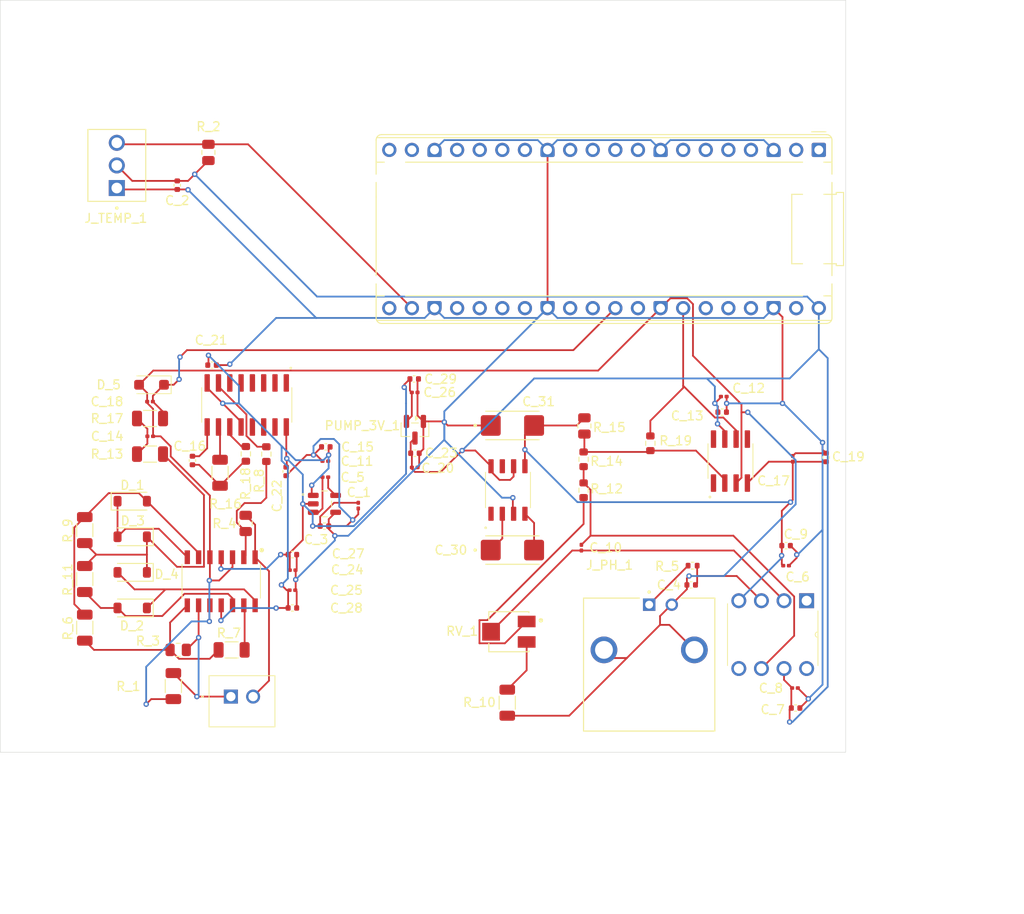
<source format=kicad_pcb>
(kicad_pcb (version 20241229) (generator "pcbnew") (generator_version "9.0")
  (layers (0 "F.Cu" signal) (2 "B.Cu" signal) (13 "F.Paste" user) (15 "B.Paste" user) (5 "F.SilkS" user "F.Silkscreen") (7 "B.SilkS" user "B.Silkscreen") (1 "F.Mask" user) (3 "B.Mask" user) (25 "Edge.Cuts" user))
  (net 0 "")
  (net 10 "/Temp_Data")
  (net 18 "+5V0")
  (net 20 "/EC_Data")
  (net 27 "/PH_Data")
  (net 35 "Net-(CLK_1-EN3)")
  (net 38 "+3V0")
  (net 39 "-3V0")
  (net 40 "Net-(CLK_1-EN1)")
  (net 43 "Net-(CLK_1-Q4)")
  (net 47 "Net-(CLK_1-EN2)")
  (net 48 "Net-(OP_2-+)")
  (net 49 "Net-(C_10-Pad2)")
  (net 50 "Net-(OP_2--)")
  (net 51 "Net-(C_14-Pad1)")
  (net 52 "Net-(C_16-Pad1)")
  (net 53 "Net-(D_1-A)")
  (net 54 "Net-(D_1-K)")
  (net 55 "Net-(D_2-A)")
  (net 56 "Net-(D_2-K)")
  (net 57 "Net-(D_3-K)")
  (net 58 "Net-(J_EC_1-Pin_2)")
  (net 59 "Net-(J_EC_1-Pin_1)")
  (net 60 "Net-(OP_1A--)")
  (net 61 "Net-(OP_1-Pad8)")
  (net 62 "Net-(OP_1D--)")
  (net 66 "Net-(RV_1-Pad1)")
  (net 67 "Net-(RV_1-Pad3)")
  (net 68 "Net-(INV_3V_1-CFLY+)")
  (net 69 "Net-(INV_3V_1-CFLY-)")
  (net 70 "Net-(INV_5V_1-CAP?)")
  (net 71 "Net-(INV_5V_1-CAP+)")
  (net 72 "GND")
  (net 73 "AGND")
  (net 74 "-5V0")
  (net 79 "Net-(OP_3--)")
  (net 81 "Net-(J_PH_1-Pad1)")
  (footprint "Capacitor_SMD:C_0201_0603Metric" (layer "F.Cu") (at 162.802486 121.5341)
    (property "Reference" "C_6")
    (property "Value" "10µF" (hide yes))
  )
  (footprint "Capacitor_SMD:C_0402_1005Metric" (layer "F.Cu") (at 121.016314 100.5556)
    (property "Reference" "C_29")
    (property "Value" "100nF" (hide yes))
  )
  (footprint "Capacitor_SMD:C_0402_1005Metric" (layer "F.Cu") (at 96.1 109.72 90)
    (property "Reference" "C_16")
    (property "Value" "100nF" (hide yes))
  )
  (footprint "Capacitor_SMD:C_0402_1005Metric" (layer "F.Cu") (at 163.872486 137.5341 180)
    (property "Reference" "C_7")
    (property "Value" "100nF" (hide yes))
  )
  (footprint "Resistor_SMD:R_1206_3216Metric" (layer "F.Cu") (at 84 128.5 90)
    (property "Reference" "R_6")
    (property "Value" "10K" (hide yes))
  )
  (footprint "Capacitor_SMD:C_0201_0603Metric" (layer "F.Cu") (at 107.356486 122.0401 180)
    (property "Reference" "C_24")
    (property "Value" "4,7µF" (hide yes))
  )
  (footprint "Resistor_SMD:R_1206_3216Metric" (layer "F.Cu") (at 91.331486 105)
    (property "Reference" "R_17")
    (property "Value" "10K" (hide yes))
  )
  (footprint "Capacitor_SMD:C_0402_1005Metric" (layer "F.Cu") (at 107.331486 126.2901 180)
    (property "Reference" "C_28")
    (property "Value" "100nF" (hide yes))
  )
  (footprint "TAJC106K010RNJ:CAPPM6032X280N" (layer "F.Cu") (at 132.052486 119.7841)
    (property "Reference" "C_30")
    (property "Value" "100µF" (hide yes))
  )
  (footprint "TC1121COA:SOIC127P599X175-8N" (layer "F.Cu") (at 131.552486 113.0341 90)
    (property "Reference" "INV_5V_1" (hide yes))
    (property "Value" "TC1121COA" (hide yes))
  )
  (footprint "LMV324IDR:SOIC127P600X175-14N" (layer "F.Cu") (at 99.331486 123.2901 -90)
    (property "Reference" "OP_1" (hide yes))
    (property "Value" "LMV324" (hide yes))
  )
  (footprint "CA3140EZ:DIP254P762X533-8" (layer "F.Cu") (at 157.492486 133.0941 -90)
    (property "Reference" "OP_2" (hide yes))
    (property "Value" "CA3140" (hide yes))
  )
  (footprint "Resistor_SMD:R_0603_1608Metric" (layer "F.Cu") (at 140.052486 113.0591 90)
    (property "Reference" "R_12")
    (property "Value" "2,2K" (hide yes))
  )
  (footprint "Capacitor_SMD:C_0402_1005Metric" (layer "F.Cu") (at 167.302486 109.3791 90)
    (property "Reference" "C_19")
    (property "Value" "100nF" (hide yes))
  )
  (footprint "Diode_SMD:D_SOD-123" (layer "F.Cu") (at 89.331486 118.2901 180)
    (property "Reference" "D_3")
    (property "Value" "1N4148" (hide yes))
  )
  (footprint "Capacitor_SMD:C_0201_0603Metric" (layer "F.Cu") (at 155.802486 102.5341)
    (property "Reference" "C_12")
    (property "Value" "10µF" (hide yes))
  )
  (footprint "Capacitor_SMD:C_0402_1005Metric" (layer "F.Cu") (at 98.3 99)
    (property "Reference" "C_21")
    (property "Value" "100nF" (hide yes))
  )
  (footprint "Capacitor_SMD:C_0402_1005Metric" (layer "F.Cu") (at 162.802486 119.2841)
    (property "Reference" "C_9")
    (property "Value" "100nF" (hide yes))
  )
  (footprint "Resistor_SMD:R_1206_3216Metric" (layer "F.Cu") (at 91.331486 109 180)
    (property "Reference" "R_13")
    (property "Value" "10K" (hide yes))
  )
  (footprint "Package_TO_SOT_SMD:SOT-23" (layer "F.Cu") (at 121.1 106.2625 -90)
    (property "Reference" "PUMP_3V_1" (hide yes))
    (property "Value" "ME6206A30M3G" (hide yes))
    (property "VALUE" "XC6206P332MR-G-SOT23" (hide yes))
  )
  (footprint "Capacitor_SMD:C_0402_1005Metric" (layer "F.Cu") (at 152.14 123.7 180)
    (property "Reference" "C_4")
    (property "Value" "2,2nF" (hide yes))
  )
  (footprint "TAJC106K010RNJ:CAPPM6032X280N" (layer "F.Cu") (at 132.052486 105.7841)
    (property "Reference" "C_31")
    (property "Value" "100µF" (hide yes))
  )
  (footprint "B2B-XH-A:JST_B2B-XH-A" (layer "F.Cu") (at 101.666486 136.7726 180)
    (property "Reference" "J_EC_1" (hide yes))
    (property "Value" "Conn_01x02" (hide yes))
  )
  (footprint "Capacitor_SMD:C_0201_0603Metric" (layer "F.Cu") (at 111.031486 109.7901 180)
    (property "Reference" "C_11")
    (property "Value" "10µF" (hide yes))
  )
  (footprint "Diode_SMD:D_SOD-123" (layer "F.Cu") (at 89.331486 122.2901 180)
    (property "Reference" "D_4")
    (property "Value" "1N4148" (hide yes))
  )
  (footprint "Resistor_SMD:R_0805_2012Metric" (layer "F.Cu") (at 102.081486 116.7901 -90)
    (property "Reference" "R_4")
    (property "Value" "6,8K" (hide yes))
  )
  (footprint "Capacitor_SMD:C_0402_1005Metric" (layer "F.Cu") (at 121.1 108.9)
    (property "Reference" "C_23")
    (property "Value" "100nF" (hide yes))
  )
  (footprint "Resistor_SMD:R_0805_2012Metric" (layer "F.Cu") (at 94.5 131 180)
    (property "Reference" "R_3")
    (property "Value" "5,6K" (hide yes))
  )
  (footprint "282834-3:TE_282834-3" (layer "F.Cu") (at 87.6 76.5625 90)
    (property "Reference" "J_TEMP_1")
    (property "Value" "Screw_Terminal_01x03" (hide yes))
  )
  (footprint "Capacitor_SMD:C_0201_0603Metric" (layer "F.Cu") (at 91.355 107)
    (property "Reference" "C_14")
    (property "Value" "1µF" (hide yes))
  )
  (footprint "Capacitor_SMD:C_0402_1005Metric" (layer "F.Cu") (at 94.392486 78.7825 -90)
    (property "Reference" "C_2")
    (property "Value" "100nF" (hide yes))
  )
  (footprint "Capacitor_SMD:C_0201_0603Metric" (layer "F.Cu") (at 107.331486 124.2901 180)
    (property "Reference" "C_25")
    (property "Value" "4,7µF" (hide yes))
  )
  (footprint "CONBNC002:LINX_CONBNC002" (layer "F.Cu") (at 147.42 131)
    (property "Reference" "J_PH_1")
    (property "Value" "CONBNC002")
  )
  (footprint "Capacitor_SMD:C_0402_1005Metric" (layer "F.Cu") (at 111.086486 108.1901 180)
    (property "Reference" "C_15")
    (property "Value" "100nF" (hide yes))
  )
  (footprint "TL081CDR:SOIC127P599X175-8N" (layer "F.Cu") (at 156.552486 109.7841 90)
    (property "Reference" "OP_3" (hide yes))
    (property "Value" "TL081" (hide yes))
  )
  (footprint "Resistor_SMD:R_0402_1005Metric" (layer "F.Cu") (at 152.302486 121.5341)
    (property "Reference" "R_5")
    (property "Value" "4,7M" (hide yes))
  )
  (footprint "Module:RaspberryPi_Pico_Common_THT" (layer "F.Cu") (at 166.48 74.82 -90)
    (property "Reference" "A1" (hide yes))
    (property "Value" "RaspberryPi_Pico_W" (hide yes))
  )
  (footprint "Capacitor_SMD:C_0201_0603Metric" (layer "F.Cu") (at 121.075 110.5)
    (property "Reference" "C_20")
    (property "Value" "10µF" (hide yes))
  )
  (footprint "Capacitor_SMD:C_0201_0603Metric" (layer "F.Cu") (at 121.068514 102.0724)
    (property "Reference" "C_26")
    (property "Value" "10µF" (hide yes))
  )
  (footprint "3314J-1-502E:TRIM_3314J-1-502E" (layer "F.Cu") (at 131.652486 128.9591 90)
    (property "Reference" "RV_1")
    (property "Value" "5k" (hide yes))
  )
  (footprint "Capacitor_SMD:C_0201_0603Metric" (layer "F.Cu") (at 163.802486 135.2841 180)
    (property "Reference" "C_8")
    (property "Value" "10µF" (hide yes))
  )
  (footprint "Resistor_SMD:R_0603_1608Metric" (layer "F.Cu") (at 147.552486 107.7841 90)
    (property "Reference" "R_19")
    (property "Value" "30k" (hide yes))
  )
  (footprint "Capacitor_SMD:C_0402_1005Metric" (layer "F.Cu") (at 155.622486 104.2841)
    (property "Reference" "C_13")
    (property "Value" "100nF" (hide yes))
  )
  (footprint "Diode_SMD:D_SOD-123F" (layer "F.Cu") (at 91.5 101.2099 180)
    (property "Reference" "D_5")
    (property "Value" "1N5819W" (hide yes))
  )
  (footprint "Resistor_SMD:R_0603_1608Metric" (layer "F.Cu") (at 140.052486 109.5841 90)
    (property "Reference" "R_14")
    (property "Value" "30k" (hide yes))
  )
  (footprint "Capacitor_SMD:C_0201_0603Metric" (layer "F.Cu") (at 163.552486 109.5341 90)
    (property "Reference" "C_17")
    (property "Value" "10µF" (hide yes))
  )
  (footprint "Resistor_SMD:R_1206_3216Metric" (layer "F.Cu") (at 100.5 131)
    (property "Reference" "R_7")
    (property "Value" "10K" (hide yes))
  )
  (footprint "Resistor_SMD:R_1206_3216Metric" (layer "F.Cu") (at 131.472486 136.9341 90)
    (property "Reference" "R_10")
    (property "Value" "1K" (hide yes))
  )
  (footprint "Resistor_SMD:R_0603_1608Metric" (layer "F.Cu") (at 102.1 108.975 90)
    (property "Reference" "R_18")
    (property "Value" "100K" (hide yes))
  )
  (footprint "Resistor_SMD:R_1206_3216Metric" (layer "F.Cu") (at 99.2 111.1 90)
    (property "Reference" "R_16")
    (property "Value" "10K" (hide yes))
  )
  (footprint "Capacitor_SMD:C_0402_1005Metric" (layer "F.Cu") (at 106.631486 110.9451 -90)
    (property "Reference" "C_22")
    (property "Value" "100nF" (hide yes))
  )
  (footprint "Resistor_SMD:R_1206_3216Metric" (layer "F.Cu") (at 93.956486 135.0676 90)
    (property "Reference" "R_1")
    (property "Value" "1M" (hide yes))
  )
  (footprint "Resistor_SMD:R_1206_3216Metric" (layer "F.Cu") (at 84 123.0375 90)
    (property "Reference" "R_11")
    (property "Value" "10K" (hide yes))
  )
  (footprint "Capacitor_SMD:C_0201_0603Metric" (layer "F.Cu") (at 111.031486 111.5901 180)
    (property "Reference" "C_5")
    (property "Value" "10µF" (hide yes))
  )
  (footprint "Capacitor_SMD:C_0402_1005Metric" (layer "F.Cu") (at 107.331486 120.2901 180)
    (property "Reference" "C_27")
    (property "Value" "100nF" (hide yes))
  )
  (footprint "Resistor_SMD:R_0603_1608Metric" (layer "F.Cu") (at 104.4 109 90)
    (property "Reference" "R_8")
    (property "Value" "100K" (hide yes))
  )
  (footprint "Resistor_SMD:R_1206_3216Metric" (layer "F.Cu") (at 84 117.5375 -90)
    (property "Reference" "R_9")
    (property "Value" "10K" (hide yes))
  )
  (footprint "Diode_SMD:D_SOD-123" (layer "F.Cu") (at 89.331486 126.2901 180)
    (property "Reference" "D_2")
    (property "Value" "1N4148" (hide yes))
  )
  (footprint "Capacitor_SMD:C_0402_1005Metric" (layer "F.Cu") (at 110.931486 117.0901)
    (property "Reference" "C_3")
    (property "Value" "100nF" (hide yes))
  )
  (footprint "Resistor_SMD:R_0805_2012Metric" (layer "F.Cu") (at 140.14 105.8341 -90)
    (property "Reference" "R_15")
    (property "Value" "75k" (hide yes))
  )
  (footprint "Capacitor_SMD:C_0201_0603Metric" (layer "F.Cu") (at 139.802486 119.5141 90)
    (property "Reference" "C_10")
    (property "Value" "1µF" (hide yes))
  )
  (footprint "CD4060BM:SOIC127P600X175-16N" (layer "F.Cu") (at 102.2 103.48 -90)
    (property "Reference" "CLK_1" (hide yes))
    (property "Value" "CD4060BM" (hide yes))
  )
  (footprint "Capacitor_SMD:C_0201_0603Metric" (layer "F.Cu") (at 91.331486 103.1 180)
    (property "Reference" "C_18")
    (property "Value" "1µF" (hide yes))
  )
  (footprint "Diode_SMD:D_SOD-123" (layer "F.Cu") (at 89.331486 114.2901)
    (property "Reference" "D_1")
    (property "Value" "1N4148" (hide yes))
  )
  (footprint "TPS60400DBVR:SOT95P280X145-5N" (layer "F.Cu") (at 110.931486 114.5901)
    (property "Reference" "INV_3V_1" (hide yes))
    (property "Value" "TPS60400DBVR" (hide yes))
  )
  (footprint "Resistor_SMD:R_0805_2012Metric" (layer "F.Cu") (at 97.892486 75.1025 90)
    (property "Reference" "R_2")
    (property "Value" "4,7k" (hide yes))
  )
  (footprint "Capacitor_SMD:C_0201_0603Metric" (layer "F.Cu") (at 114.731486 114.7901 -90)
    (property "Reference" "C_1")
    (property "Value" "10µF" (hide yes))
  )
  (gr_rect (start 74.5 58) (end 169.5 142.5) (stroke (width 0.05)) (fill no) (layer "Edge.Cuts"))
  (segment (start 97.892486 74.19) (end 87.7675 74.19) (width 0.2) (layer "F.Cu") (net 10))
  (segment (start 102.35 74.19) (end 120.76 92.6) (width 0.2) (layer "F.Cu") (net 10))
  (segment (start 97.892486 74.19) (end 102.35 74.19) (width 0.2) (layer "F.Cu") (net 10))
  (segment (start 87.7675 74.19) (end 87.6 74.0225) (width 0.2) (layer "F.Cu") (net 10))
  (segment (start 94.392486 78.3025) (end 95.604986 78.3025) (width 0.2) (layer "F.Cu") (net 18))
  (segment (start 163.482486 135.282486) (end 162.572486 134.372486) (width 0.2) (layer "F.Cu") (net 18))
  (segment (start 120.755 110.65987) (end 121.09613 111.001) (width 0.2) (layer "F.Cu") (net 18))
  (segment (start 127.883386 108.6) (end 129.647486 110.3641) (width 0.2) (layer "F.Cu") (net 18))
  (segment (start 155.482486 102.617514) (end 154.8 103.3) (width 0.2) (layer "F.Cu") (net 18))
  (segment (start 163.482486 135.2841) (end 163.482486 135.282486) (width 0.2) (layer "F.Cu") (net 18))
  (segment (start 163.392486 135.3741) (end 163.482486 135.2841) (width 0.2) (layer "F.Cu") (net 18))
  (segment (start 163.2 137.726586) (end 163.392486 137.5341) (width 0.2) (layer "F.Cu") (net 18))
  (segment (start 89.34 78.3025) (end 87.6 76.5625) (width 0.2) (layer "F.Cu") (net 18))
  (segment (start 95.604986 78.3025) (end 96.353743 77.553743) (width 0.2) (layer "F.Cu") (net 18))
  (segment (start 94.392486 78.3025) (end 89.34 78.3025) (width 0.2) (layer "F.Cu") (net 18))
  (segment (start 120.755 109.035) (end 120.62 108.9) (width 0.2) (layer "F.Cu") (net 18))
  (segment (start 155.142486 103.642486) (end 155.142486 104.2841) (width 0.2) (layer "F.Cu") (net 18))
  (segment (start 132.187486 111.512514) (end 132.187486 110.3641) (width 0.2) (layer "F.Cu") (net 18))
  (segment (start 120.62 107.68) (end 121.1 107.2) (width 0.2) (layer "F.Cu") (net 18))
  (segment (start 155.482486 102.5341) (end 155.482486 102.617514) (width 0.2) (layer "F.Cu") (net 18))
  (segment (start 120.755 110.5) (end 120.755 109.035) (width 0.2) (layer "F.Cu") (net 18))
  (segment (start 120.755 110.5) (end 120.755 110.65987) (width 0.2) (layer "F.Cu") (net 18))
  (segment (start 155.917486 106.417486) (end 155.1 105.6) (width 0.2) (layer "F.Cu") (net 18))
  (segment (start 129.647486 110.947486) (end 130.6 111.9) (width 0.2) (layer "F.Cu") (net 18))
  (segment (start 154.8 103.3) (end 155.142486 103.642486) (width 0.2) (layer "F.Cu") (net 18))
  (segment (start 163.2 139.1) (end 163.2 137.726586) (width 0.2) (layer "F.Cu") (net 18))
  (segment (start 162.572486 134.372486) (end 162.572486 133.0941) (width 0.2) (layer "F.Cu") (net 18))
  (segment (start 131.8 111.9) (end 132.187486 111.512514) (width 0.2) (layer "F.Cu") (net 18))
  (segment (start 126.4 108.6) (end 127.883386 108.6) (width 0.2) (layer "F.Cu") (net 18))
  (segment (start 155.917486 107.3141) (end 155.917486 106.417486) (width 0.2) (layer "F.Cu") (net 18))
  (segment (start 129.647486 110.3641) (end 129.647486 110.947486) (width 0.2) (layer "F.Cu") (net 18))
  (segment (start 120.62 108.9) (end 120.62 107.68) (width 0.2) (layer "F.Cu") (net 18))
  (segment (start 121.09613 111.001) (end 123.999 111.001) (width 0.2) (layer "F.Cu") (net 18))
  (segment (start 123.999 111.001) (end 126.4 108.6) (width 0.2) (layer "F.Cu") (net 18))
  (segment (start 163.392486 137.5341) (end 163.392486 135.3741) (width 0.2) (layer "F.Cu") (net 18))
  (segment (start 130.6 111.9) (end 131.8 111.9) (width 0.2) (layer "F.Cu") (net 18))
  (segment (start 96.353743 77.553743) (end 97.892486 76.015) (width 0.2) (layer "F.Cu") (net 18))
  (via (at 163.2 139.1) (size 0.6) (drill 0.3) (layers "F.Cu" "B.Cu") (net 18))
  (via (at 96.353743 77.553743) (size 0.6) (drill 0.3) (layers "F.Cu" "B.Cu") (net 18))
  (via (at 154.8 103.3) (size 0.6) (drill 0.3) (layers "F.Cu" "B.Cu") (net 18))
  (via (at 126.4 108.6) (size 0.6) (drill 0.3) (layers "F.Cu" "B.Cu") (net 18))
  (via (at 155.1 105.6) (size 0.6) (drill 0.3) (layers "F.Cu" "B.Cu") (net 18))
  (segment (start 153.9 100.5) (end 163.2 100.5) (width 0.2) (layer "B.Cu") (net 18))
  (segment (start 163.521659 139.1) (end 163.2 139.1) (width 0.2) (layer "B.Cu") (net 18))
  (segment (start 155.1 105.6) (end 155.1 103.6) (width 0.2) (layer "B.Cu") (net 18))
  (segment (start 110.1 91.3) (end 165.18 91.3) (width 0.2) (layer "B.Cu") (net 18))
  (segment (start 166.48 97.22) (end 166.48 92.6) (width 0.2) (layer "B.Cu") (net 18))
  (segment (start 166.48 97.22) (end 167.481 98.221) (width 0.2) (layer "B.Cu") (net 18))
  (segment (start 154.8 103.3) (end 154.8 101.4) (width 0.2) (layer "B.Cu") (net 18))
  (segment (start 165.18 91.3) (end 166.48 92.6) (width 0.2) (layer "B.Cu") (net 18))
  (segment (start 155.1 103.6) (end 154.8 103.3) (width 0.2) (layer "B.Cu") (net 18))
  (segment (start 167.481 135.140659) (end 163.521659 139.1) (width 0.2) (layer "B.Cu") (net 18))
  (segment (start 96.353743 77.553743) (end 110.1 91.3) (width 0.2) (layer "B.Cu") (net 18))
  (segment (start 126.4 108.6) (end 134.5 100.5) (width 0.2) (layer "B.Cu") (net 18))
  (segment (start 163.2 100.5) (end 166.48 97.22) (width 0.2) (layer "B.Cu") (net 18))
  (segment (start 134.5 100.5) (end 153.9 100.5) (width 0.2) (layer "B.Cu") (net 18))
  (segment (start 154.8 101.4) (end 153.9 100.5) (width 0.2) (layer "B.Cu") (net 18))
  (segment (start 167.481 98.221) (end 167.481 135.140659) (width 0.2) (layer "B.Cu") (net 18))
  (segment (start 92.9 101.2099) (end 93.9901 101.2099) (width 0.2) (layer "F.Cu") (net 20))
  (segment (start 92.793986 104.2425) (end 92.793986 105) (width 0.2) (layer "F.Cu") (net 20))
  (segment (start 93.9901 101.2099) (end 94.6 100.6) (width 0.2) (layer "F.Cu") (net 20))
  (segment (start 91.651486 103.1) (end 91.651486 102.458414) (width 0.2) (layer "F.Cu") (net 20))
  (segment (start 94.7 98.1) (end 95.481 97.319) (width 0.2) (layer "F.Cu") (net 20))
  (segment (start 95.481 97.319) (end 138.901 97.319) (width 0.2) (layer "F.Cu") (net 20))
  (segment (start 91.651486 102.458414) (end 92.9 101.2099) (width 0.2) (layer "F.Cu") (net 20))
  (segment (start 91.651486 103.1) (end 92.793986 104.2425) (width 0.2) (layer "F.Cu") (net 20))
  (segment (start 138.901 97.319) (end 143.62 92.6) (width 0.2) (layer "F.Cu") (net 20))
  (via (at 94.7 98.1) (size 0.6) (drill 0.3) (layers "F.Cu" "B.Cu") (net 20))
  (via (at 94.6 100.6) (size 0.6) (drill 0.3) (layers "F.Cu" "B.Cu") (net 20))
  (segment (start 94.6 98.2) (end 94.7 98.1) (width 0.2) (layer "B.Cu") (net 20))
  (segment (start 94.6 100.6) (end 94.6 98.2) (width 0.2) (layer "B.Cu") (net 20))
  (segment (start 157.187486 107.3141) (end 157.187486 106.329101) (width 0.2) (layer "F.Cu") (net 27))
  (segment (start 151.24 101.319164) (end 151.24 92.6) (width 0.2) (layer "F.Cu") (net 27))
  (segment (start 154.815936 104.8951) (end 151.24 101.319164) (width 0.2) (layer "F.Cu") (net 27))
  (segment (start 151.24 101.56) (end 151.24 101.319164) (width 0.2) (layer "F.Cu") (net 27))
  (segment (start 147.552486 105.247514) (end 151.24 101.56) (width 0.2) (layer "F.Cu") (net 27))
  (segment (start 147.552486 106.9591) (end 147.552486 105.247514) (width 0.2) (layer "F.Cu") (net 27))
  (segment (start 155.753485 104.8951) (end 154.815936 104.8951) (width 0.2) (layer "F.Cu") (net 27))
  (segment (start 157.187486 106.329101) (end 155.753485 104.8951) (width 0.2) (layer "F.Cu") (net 27))
  (segment (start 101.625 108.15) (end 100.295 106.82) (width 0.2) (layer "F.Cu") (net 35))
  (segment (start 102.1 108.15) (end 101.625 108.15) (width 0.2) (layer "F.Cu") (net 35))
  (segment (start 100.295 106.82) (end 100.295 105.955) (width 0.2) (layer "F.Cu") (net 35))
  (segment (start 110.451486 117.0901) (end 109.6099 117.0901) (width 0.2) (layer "F.Cu") (net 38))
  (segment (start 120.536314 100.5556) (end 120.536314 101.8602) (width 0.2) (layer "F.Cu") (net 38))
  (segment (start 107.036486 122.0401) (end 107.036486 120.4751) (width 0.2) (layer "F.Cu") (net 38))
  (segment (start 120.748514 104.726486) (end 120.15 105.325) (width 0.2) (layer "F.Cu") (net 38))
  (segment (start 99.331486 120.5901) (end 99.331486 121.868514) (width 0.2) (layer "F.Cu") (net 38))
  (segment (start 106.7 109.5) (end 106.645 109.445) (width 0.2) (layer "F.Cu") (net 38))
  (segment (start 107.036486 120.4751) (end 106.851486 120.2901) (width 0.2) (layer "F.Cu") (net 38))
  (segment (start 119.9 101.5) (end 119.9 101.191914) (width 0.2) (layer "F.Cu") (net 38))
  (segment (start 108.5 118.641586) (end 108.5 114.6) (width 0.2) (layer "F.Cu") (net 38))
  (segment (start 108.5099 114.5901) (end 108.5 114.6) (width 0.2) (layer "F.Cu") (net 38))
  (segment (start 106.645 109.445) (end 106.645 105.955) (width 0.2) (layer "F.Cu") (net 38))
  (segment (start 106.851486 120.2901) (end 106.0099 120.2901) (width 0.2) (layer "F.Cu") (net 38))
  (segment (start 119.9 101.191914) (end 120.536314 100.5556) (width 0.2) (layer "F.Cu") (net 38))
  (segment (start 110.451486 116.031738) (end 110.451486 117.0901) (width 0.2) (layer "F.Cu") (net 38))
  (segment (start 106.851486 120.2901) (end 108.5 118.641586) (width 0.2) (layer "F.Cu") (net 38))
  (segment (start 120.536314 101.8602) (end 120.748514 102.0724) (width 0.2) (layer "F.Cu") (net 38))
  (segment (start 106.7 110.396586) (end 106.631486 110.4651) (width 0.2) (layer "F.Cu") (net 38))
  (segment (start 112.013124 114.4701) (end 110.451486 116.031738) (width 0.2) (layer "F.Cu") (net 38))
  (segment (start 99.331486 121.868514) (end 99.3 121.9) (width 0.2) (layer "F.Cu") (net 38))
  (segment (start 114.731486 114.4701) (end 112.013124 114.4701) (width 0.2) (layer "F.Cu") (net 38))
  (segment (start 106.7 109.5) (end 106.7 110.396586) (width 0.2) (layer "F.Cu") (net 38))
  (segment (start 109.676486 114.5901) (end 108.5099 114.5901) (width 0.2) (layer "F.Cu") (net 38))
  (segment (start 120.748514 102.0724) (end 120.748514 104.726486) (width 0.2) (layer "F.Cu") (net 38))
  (via (at 99.3 121.9) (size 0.6) (drill 0.3) (layers "F.Cu" "B.Cu") (net 38))
  (via (at 106.7 109.5) (size 0.6) (drill 0.3) (layers "F.Cu" "B.Cu") (net 38))
  (via (at 109.6099 117.0901) (size 0.6) (drill 0.3) (layers "F.Cu" "B.Cu") (net 38))
  (via (at 108.5 114.6) (size 0.6) (drill 0.3) (layers "F.Cu" "B.Cu") (net 38))
  (via (at 119.9 101.5) (size 0.6) (drill 0.3) (layers "F.Cu" "B.Cu") (net 38))
  (via (at 106.0099 120.2901) (size 0.6) (drill 0.3) (layers "F.Cu" "B.Cu") (net 38))
  (segment (start 114.231559 117.0901) (end 120.1 111.221659) (width 0.2) (layer "B.Cu") (net 38))
  (segment (start 104.4 121.9) (end 106.0099 120.2901) (width 0.2) (layer "B.Cu") (net 38))
  (segment (start 109.6099 115.7099) (end 108.5 114.6) (width 0.2) (layer "B.Cu") (net 38))
  (segment (start 99.3 121.9) (end 104.4 121.9) (width 0.2) (layer "B.Cu") (net 38))
  (segment (start 120.1 111.221659) (end 120.1 103.3) (width 0.2) (layer "B.Cu") (net 38))
  (segment (start 109.6099 117.0901) (end 114.231559 117.0901) (width 0.2) (layer "B.Cu") (net 38))
  (segment (start 109.6099 117.0901) (end 109.6099 115.7099) (width 0.2) (layer "B.Cu") (net 38))
  (segment (start 120.1 103.3) (end 120.1 101.7) (width 0.2) (layer "B.Cu") (net 38))
  (segment (start 108.5 111.3) (end 106.7 109.5) (width 0.2) (layer "B.Cu") (net 38))
  (segment (start 120.1 101.7) (end 119.9 101.5) (width 0.2) (layer "B.Cu") (net 38))
  (segment (start 108.5 114.6) (end 108.5 111.3) (width 0.2) (layer "B.Cu") (net 38))
  (segment (start 97.9 98.92) (end 97.82 99) (width 0.2) (layer "F.Cu") (net 39))
  (segment (start 101.565 105.365) (end 101.565 105.955) (width 0.2) (layer "F.Cu") (net 39))
  (segment (start 109.676486 113.6401) (end 109.5 113.463614) (width 0.2) (layer "F.Cu") (net 39))
  (segment (start 105.5099 126.2901) (end 105.5 126.3) (width 0.2) (layer "F.Cu") (net 39))
  (segment (start 97.9 97.9) (end 97.9 98.92) (width 0.2) (layer "F.Cu") (net 39))
  (segment (start 107.011486 124.2901) (end 106.6901 124.2901) (width 0.2) (layer "F.Cu") (net 39))
  (segment (start 106.6901 124.2901) (end 106.1 123.7) (width 0.2) (layer "F.Cu") (net 39))
  (segment (start 99.5 103.3) (end 101.565 105.365) (width 0.2) (layer "F.Cu") (net 39))
  (segment (start 111.4 109.1) (end 111.4 108.356586) (width 0.2) (layer "F.Cu") (net 39))
  (segment (start 99.331486 127.668514) (end 99.3 127.7) (width 0.2) (layer "F.Cu") (net 39))
  (segment (start 99.331486 125.9901) (end 99.331486 127.668514) (width 0.2) (layer "F.Cu") (net 39))
  (segment (start 111.4 109.741586) (end 111.351486 109.7901) (width 0.2) (layer "F.Cu") (net 39))
  (segment (start 106.851486 124.4501) (end 107.011486 124.2901) (width 0.2) (layer "F.Cu") (net 39))
  (segment (start 111.4 109.1) (end 111.4 109.741586) (width 0.2) (layer "F.Cu") (net 39))
  (segment (start 106.851486 126.2901) (end 106.851486 124.4501) (width 0.2) (layer "F.Cu") (net 39))
  (segment (start 97.755 101.555) (end 97.755 101.005) (width 0.2) (layer "F.Cu") (net 39))
  (segment (start 111.4 108.356586) (end 111.566486 108.1901) (width 0.2) (layer "F.Cu") (net 39))
  (segment (start 109.5 113.463614) (end 109.5 112.5) (width 0.2) (layer "F.Cu") (net 39))
  (segment (start 106.851486 126.2901) (end 105.5099 126.2901) (width 0.2) (layer "F.Cu") (net 39))
  (segment (start 99.5 103.3) (end 97.755 101.555) (width 0.2) (layer "F.Cu") (net 39))
  (via (at 99.3 127.7) (size 0.6) (drill 0.3) (layers "F.Cu" "B.Cu") (net 39))
  (via (at 105.5 126.3) (size 0.6) (drill 0.3) (layers "F.Cu" "B.Cu") (net 39))
  (via (at 97.9 97.9) (size 0.6) (drill 0.3) (layers "F.Cu" "B.Cu") (net 39))
  (via (at 109.5 112.5) (size 0.6) (drill 0.3) (layers "F.Cu" "B.Cu") (net 39))
  (via (at 99.5 103.3) (size 0.6) (drill 0.3) (layers "F.Cu" "B.Cu") (net 39))
  (via (at 106.1 123.7) (size 0.6) (drill 0.3) (layers "F.Cu" "B.Cu") (net 39))
  (via (at 111.4 109.1) (size 0.6) (drill 0.3) (layers "F.Cu" "B.Cu") (net 39))
  (segment (start 111.4 110.6) (end 111.4 109.1) (width 0.2) (layer "B.Cu") (net 39))
  (segment (start 109.5 112.5) (end 111.4 110.6) (width 0.2) (layer "B.Cu") (net 39))
  (segment (start 110.819 109.681) (end 107.702659 109.681) (width 0.2) (layer "B.Cu") (net 39))
  (segment (start 101.321659 101.321659) (end 97.9 97.9) (width 0.2) (layer "B.Cu") (net 39))
  (segment (start 106.16083 108.13917) (end 101.321659 103.3) (width 0.2) (layer "B.Cu") (net 39))
  (segment (start 106.119 109.740659) (end 106.119 108.181) (width 0.2) (layer "B.Cu") (net 39))
  (segment (start 106.1 123.7) (end 106.817138 122.982862) (width 0.2) (layer "B.Cu") (net 39))
  (segment (start 106.119 108.181) (end 106.16083 108.13917) (width 0.2) (layer "B.Cu") (net 39))
  (segment (start 105.5 126.3) (end 100.7 126.3) (width 0.2) (layer "B.Cu") (net 39))
  (segment (start 100.7 126.3) (end 99.3 127.7) (width 0.2) (layer "B.Cu") (net 39))
  (segment (start 111.4 109.1) (end 110.819 109.681) (width 0.2) (layer "B.Cu") (net 39))
  (segment (start 101.321659 103.3) (end 101.321659 101.321659) (width 0.2) (layer "B.Cu") (net 39))
  (segment (start 107.702659 109.681) (end 106.16083 108.13917) (width 0.2) (layer "B.Cu") (net 39))
  (segment (start 106.817138 122.982862) (end 106.817138 110.438797) (width 0.2) (layer "B.Cu") (net 39))
  (segment (start 106.817138 110.438797) (end 106.119 109.740659) (width 0.2) (layer "B.Cu") (net 39))
  (segment (start 101.321659 103.3) (end 99.5 103.3) (width 0.2) (layer "B.Cu") (net 39))
  (segment (start 96.1 109.24) (end 96.86 109.24) (width 0.2) (layer "F.Cu") (net 40))
  (segment (start 96.86 109.24) (end 97.755 108.345) (width 0.2) (layer "F.Cu") (net 40))
  (segment (start 97.755 108.345) (end 97.755 105.955) (width 0.2) (layer "F.Cu") (net 40))
  (segment (start 102.166 104.544824) (end 99.025 101.403824) (width 0.2) (layer "F.Cu") (net 43))
  (segment (start 102.166 106.954824) (end 102.166 104.544824) (width 0.2) (layer "F.Cu") (net 43))
  (segment (start 99.025 101.403824) (end 99.025 101.005) (width 0.2) (layer "F.Cu") (net 43))
  (segment (start 103.386176 108.175) (end 102.166 106.954824) (width 0.2) (layer "F.Cu") (net 43))
  (segment (start 104.4 108.175) (end 103.386176 108.175) (width 0.2) (layer "F.Cu") (net 43))
  (segment (start 99.2 109.6375) (end 99.2 106.13) (width 0.2) (layer "F.Cu") (net 47))
  (segment (start 99.2 106.13) (end 99.025 105.955) (width 0.2) (layer "F.Cu") (net 47))
  (segment (start 152.812486 122.7) (end 157.258386 122.7) (width 0.2) (layer "F.Cu") (net 48))
  (segment (start 157.258386 122.7) (end 160.032486 125.4741) (width 0.2) (layer "F.Cu") (net 48))
  (segment (start 152.812486 123.507514) (end 152.62 123.7) (width 0.2) (layer "F.Cu") (net 48))
  (segment (start 152.812486 122.7) (end 152.812486 123.507514) (width 0.2) (layer "F.Cu") (net 48))
  (segment (start 152.812486 121.5341) (end 152.812486 122.7) (width 0.2) (layer "F.Cu") (net 48))
  (segment (start 140.052486 112.2341) (end 140.828486 113.0101) (width 0.2) (layer "F.Cu") (net 49))
  (segment (start 163.711686 129.4149) (end 160.032486 133.0941) (width 0.2) (layer "F.Cu") (net 49))
  (segment (start 140.828486 113.0101) (end 140.828486 118.1681) (width 0.2) (layer "F.Cu") (net 49))
  (segment (start 140.828486 118.1681) (end 156.877559 118.1681) (width 0.2) (layer "F.Cu") (net 49))
  (segment (start 163.711686 125.002227) (end 163.711686 129.4149) (width 0.2) (layer "F.Cu") (net 49))
  (segment (start 140.052486 110.4091) (end 140.052486 112.2341) (width 0.2) (layer "F.Cu") (net 49))
  (segment (start 156.877559 118.1681) (end 163.711686 125.002227) (width 0.2) (layer "F.Cu") (net 49))
  (segment (start 140.828486 118.1681) (end 139.802486 119.1941) (width 0.2) (layer "F.Cu") (net 49))
  (segment (start 129.652486 128.9591) (end 138.777486 119.8341) (width 0.2) (layer "F.Cu") (net 50))
  (segment (start 139.802486 119.8341) (end 156.932486 119.8341) (width 0.2) (layer "F.Cu") (net 50))
  (segment (start 138.777486 119.8341) (end 139.802486 119.8341) (width 0.2) (layer "F.Cu") (net 50))
  (segment (start 156.932486 119.8341) (end 162.572486 125.4741) (width 0.2) (layer "F.Cu") (net 50))
  (segment (start 91.035 107) (end 91.035 106.166014) (width 0.2) (layer "F.Cu") (net 51))
  (segment (start 89.868986 109) (end 91.035 107.833986) (width 0.2) (layer "F.Cu") (net 51))
  (segment (start 91.035 106.166014) (end 89.868986 105) (width 0.2) (layer "F.Cu") (net 51))
  (segment (start 91.035 107.833986) (end 91.035 107) (width 0.2) (layer "F.Cu") (net 51))
  (segment (start 99.2 112.5625) (end 96.8375 110.2) (width 0.2) (layer "F.Cu") (net 52))
  (segment (start 101.9625 109.8) (end 99.2 112.5625) (width 0.2) (layer "F.Cu") (net 52))
  (segment (start 96.8375 110.2) (end 96.1 110.2) (width 0.2) (layer "F.Cu") (net 52))
  (segment (start 102.1 109.8) (end 101.9625 109.8) (width 0.2) (layer "F.Cu") (net 52))
  (segment (start 90.981486 114.2901) (end 90.080486 113.3891) (width 0.2) (layer "F.Cu") (net 53))
  (segment (start 82.824 125.8615) (end 84 127.0375) (width 0.2) (layer "F.Cu") (net 53))
  (segment (start 96.791486 120.1001) (end 96.791486 120.5901) (width 0.2) (layer "F.Cu") (net 53))
  (segment (start 86.6859 113.3891) (end 84 116.075) (width 0.2) (layer "F.Cu") (net 53))
  (segment (start 90.080486 113.3891) (end 86.6859 113.3891) (width 0.2) (layer "F.Cu") (net 53))
  (segment (start 82.824 117.251) (end 82.824 125.8615) (width 0.2) (layer "F.Cu") (net 53))
  (segment (start 84 116.075) (end 82.824 117.251) (width 0.2) (layer "F.Cu") (net 53))
  (segment (start 90.981486 114.2901) (end 96.791486 120.1001) (width 0.2) (layer "F.Cu") (net 53))
  (segment (start 87.681486 118.2901) (end 87.681486 114.2901) (width 0.2) (layer "F.Cu") (net 54))
  (segment (start 87.681486 118.2901) (end 87.8099 118.2901) (width 0.2) (layer "F.Cu") (net 54))
  (segment (start 87.681486 118.2901) (end 88.582486 117.3891) (width 0.2) (layer "F.Cu") (net 54))
  (segment (start 88.582486 117.3891) (end 92.320486 117.3891) (width 0.2) (layer "F.Cu") (net 54))
  (segment (start 92.320486 117.3891) (end 95.521486 120.5901) (width 0.2) (layer "F.Cu") (net 54))
  (segment (start 95.521486 120.321486) (end 95.521486 120.5901) (width 0.2) (layer "F.Cu") (net 54))
  (segment (start 87.681486 126.2901) (end 85.7901 126.2901) (width 0.2) (layer "F.Cu") (net 55))
  (segment (start 100.601486 125.201486) (end 100.601486 125.9901) (width 0.2) (layer "F.Cu") (net 55))
  (segment (start 87.681486 126.2901) (end 88.582486 127.1911) (width 0.2) (layer "F.Cu") (net 55))
  (segment (start 85.7901 126.2901) (end 84 124.5) (width 0.2) (layer "F.Cu") (net 55))
  (segment (start 95.2 124.7) (end 100.1 124.7) (width 0.2) (layer "F.Cu") (net 55))
  (segment (start 92.7089 127.1911) (end 95.2 124.7) (width 0.2) (layer "F.Cu") (net 55))
  (segment (start 88.582486 127.1911) (end 92.7089 127.1911) (width 0.2) (layer "F.Cu") (net 55))
  (segment (start 100.1 124.7) (end 100.601486 125.201486) (width 0.2) (layer "F.Cu") (net 55))
  (segment (start 87.681486 122.2901) (end 89.591386 124.2) (width 0.2) (layer "F.Cu") (net 56))
  (segment (start 93.071586 124.2) (end 101.9 124.2) (width 0.2) (layer "F.Cu") (net 56))
  (segment (start 101.9 124.2) (end 103.141486 125.441486) (width 0.2) (layer "F.Cu") (net 56))
  (segment (start 103.141486 125.441486) (end 103.141486 125.9901) (width 0.2) (layer "F.Cu") (net 56))
  (segment (start 90.981486 126.2901) (end 93.071586 124.2) (width 0.2) (layer "F.Cu") (net 56))
  (segment (start 89.591386 124.2) (end 93.071586 124.2) (width 0.2) (layer "F.Cu") (net 56))
  (segment (start 90.981486 120.3) (end 90.981486 118.2901) (width 0.2) (layer "F.Cu") (net 57))
  (segment (start 90.981486 118.2901) (end 94.357486 121.6661) (width 0.2) (layer "F.Cu") (net 57))
  (segment (start 97.392486 121.6661) (end 97.392486 113.5985) (width 0.2) (layer "F.Cu") (net 57))
  (segment (start 94.357486 121.6661) (end 97.392486 121.6661) (width 0.2) (layer "F.Cu") (net 57))
  (segment (start 84 121.575) (end 85.275 120.3) (width 0.2) (layer "F.Cu") (net 57))
  (segment (start 97.392486 113.5985) (end 92.793986 109) (width 0.2) (layer "F.Cu") (net 57))
  (segment (start 85.275 120.3) (end 85.3 120.3) (width 0.2) (layer "F.Cu") (net 57))
  (segment (start 85.3 120.3) (end 90.981486 120.3) (width 0.2) (layer "F.Cu") (net 57))
  (segment (start 84 119) (end 85.3 120.3) (width 0.2) (layer "F.Cu") (net 57))
  (segment (start 90.981486 122.2901) (end 90.981486 120.3) (width 0.2) (layer "F.Cu") (net 57))
  (segment (start 102.081486 115.8776) (end 103.141486 116.9376) (width 0.2) (layer "F.Cu") (net 58))
  (segment (start 103.141486 116.9376) (end 103.141486 120.5901) (width 0.2) (layer "F.Cu") (net 58))
  (segment (start 104.7 134.464086) (end 102.916486 136.2476) (width 0.2) (layer "F.Cu") (net 58))
  (segment (start 103.141486 120.5901) (end 104.7 122.148614) (width 0.2) (layer "F.Cu") (net 58))
  (segment (start 104.7 122.148614) (end 104.7 134.464086) (width 0.2) (layer "F.Cu") (net 58))
  (segment (start 96.598986 136.2476) (end 93.956486 133.6051) (width 0.2) (layer "F.Cu") (net 59))
  (segment (start 96.791486 129.621014) (end 96.791486 125.9901) (width 0.2) (layer "F.Cu") (net 59))
  (segment (start 95.4125 131) (end 96.791486 129.621014) (width 0.2) (layer "F.Cu") (net 59))
  (segment (start 100.416486 136.2476) (end 96.598986 136.2476) (width 0.2) (layer "F.Cu") (net 59))
  (via (at 96.598986 136.2476) (size 0.6) (drill 0.3) (layers "F.Cu" "B.Cu") (net 59))
  (via (at 96.791486 129.621014) (size 0.6) (drill 0.3) (layers "F.Cu" "B.Cu") (net 59))
  (segment (start 96.791486 129.621014) (end 96.791486 136.0551) (width 0.2) (layer "B.Cu") (net 59))
  (segment (start 96.791486 136.0551) (end 96.598986 136.2476) (width 0.2) (layer "B.Cu") (net 59))
  (segment (start 104.4 113.9) (end 104.4 109.825) (width 0.2) (layer "F.Cu") (net 60))
  (segment (start 101.080486 115.37994) (end 101.960426 114.5) (width 0.2) (layer "F.Cu") (net 60))
  (segment (start 102.081486 120.3801) (end 101.871486 120.5901) (width 0.2) (layer "F.Cu") (net 60))
  (segment (start 101.080486 116.7016) (end 101.080486 115.37994) (width 0.2) (layer "F.Cu") (net 60))
  (segment (start 102.081486 117.7026) (end 102.081486 120.3801) (width 0.2) (layer "F.Cu") (net 60))
  (segment (start 101.960426 114.5) (end 103.8 114.5) (width 0.2) (layer "F.Cu") (net 60))
  (segment (start 102.081486 117.7026) (end 101.080486 116.7016) (width 0.2) (layer "F.Cu") (net 60))
  (segment (start 103.8 114.5) (end 104.4 113.9) (width 0.2) (layer "F.Cu") (net 60))
  (segment (start 93.5875 131) (end 93.5875 127.924086) (width 0.2) (layer "F.Cu") (net 61))
  (segment (start 93.5875 131) (end 85.0375 131) (width 0.2) (layer "F.Cu") (net 61))
  (segment (start 94.5885 132.001) (end 98.0365 132.001) (width 0.2) (layer "F.Cu") (net 61))
  (segment (start 85.0375 131) (end 84 129.9625) (width 0.2) (layer "F.Cu") (net 61))
  (segment (start 98.0365 132.001) (end 99.0375 131) (width 0.2) (layer "F.Cu") (net 61))
  (segment (start 93.5875 127.924086) (end 95.521486 125.9901) (width 0.2) (layer "F.Cu") (net 61))
  (segment (start 93.5875 131) (end 94.5885 132.001) (width 0.2) (layer "F.Cu") (net 61))
  (segment (start 101.9625 131) (end 101.9625 126.081114) (width 0.2) (layer "F.Cu") (net 62))
  (segment (start 101.9625 126.081114) (end 101.871486 125.9901) (width 0.2) (layer "F.Cu") (net 62))
  (segment (start 133.652486 127.8091) (end 131.201486 130.2601) (width 0.2) (layer "F.Cu") (net 66))
  (segment (start 140.052486 116.847514) (end 140.052486 113.8841) (width 0.2) (layer "F.Cu") (net 66))
  (segment (start 131.201486 130.2601) (end 128.351486 130.2601) (width 0.2) (layer "F.Cu") (net 66))
  (segment (start 129.2419 127.6581) (end 140.052486 116.847514) (width 0.2) (layer "F.Cu") (net 66))
  (segment (start 128.351486 127.6581) (end 129.2419 127.6581) (width 0.2) (layer "F.Cu") (net 66))
  (segment (start 128.351486 130.2601) (end 128.351486 127.6581) (width 0.2) (layer "F.Cu") (net 66))
  (segment (start 133.652486 133.2916) (end 133.652486 130.1091) (width 0.2) (layer "F.Cu") (net 67))
  (segment (start 131.472486 135.4716) (end 133.652486 133.2916) (width 0.2) (layer "F.Cu") (net 67))
  (segment (start 111.351486 111.5901) (end 111.351486 112.8051) (width 0.2) (layer "F.Cu") (net 68))
  (segment (start 111.351486 112.8051) (end 112.186486 113.6401) (width 0.2) (layer "F.Cu") (net 68))
  (segment (start 110.281485 115.5401) (end 110.711486 115.110099) (width 0.2) (layer "F.Cu") (net 69))
  (segment (start 110.711486 115.110099) (end 110.711486 111.5901) (width 0.2) (layer "F.Cu") (net 69))
  (segment (start 109.676486 115.5401) (end 110.281485 115.5401) (width 0.2) (layer "F.Cu") (net 69))
  (segment (start 134.487486 116.7341) (end 133.457486 115.7041) (width 0.2) (layer "F.Cu") (net 70))
  (segment (start 134.487486 119.7841) (end 134.487486 116.7341) (width 0.2) (layer "F.Cu") (net 70))
  (segment (start 130.917486 118.4841) (end 130.917486 115.7041) (width 0.2) (layer "F.Cu") (net 71))
  (segment (start 129.617486 119.7841) (end 130.917486 118.4841) (width 0.2) (layer "F.Cu") (net 71))
  (segment (start 111.411486 117.0901) (end 113.4099 117.0901) (width 0.2) (layer "F.Cu") (net 72))
  (segment (start 124.225 105.325) (end 122.05 105.325) (width 0.2) (layer "F.Cu") (net 72))
  (segment (start 136 74.82) (end 136 92.6) (width 0.2) (layer "F.Cu") (net 72))
  (segment (start 156.122486 102.5341) (end 156.122486 103.3) (width 0.2) (layer "F.Cu") (net 72))
  (segment (start 111.411486 117.0901) (end 111.411486 117.411486) (width 0.2) (layer "F.Cu") (net 72))
  (segment (start 121.388514 102.0724) (end 121.388514 104.663514) (width 0.2) (layer "F.Cu") (net 72))
  (segment (start 94.392486 79.2625) (end 95.5625 79.2625) (width 0.2) (layer "F.Cu") (net 72))
  (segment (start 107.7 123.1) (end 107.7 124.241586) (width 0.2) (layer "F.Cu") (net 72))
  (segment (start 132.1 115.616614) (end 132.187486 115.7041) (width 0.2) (layer "F.Cu") (net 72))
  (segment (start 107.811486 120.2901) (end 107.811486 121.9051) (width 0.2) (layer "F.Cu") (net 72))
  (segment (start 98.78 99) (end 100.2 99) (width 0.2) (layer "F.Cu") (net 72))
  (segment (start 95.5625 79.2625) (end 95.6 79.3) (width 0.2) (layer "F.Cu") (net 72))
  (segment (start 109.7 109.1) (end 110.021386 109.1) (width 0.2) (layer "F.Cu") (net 72))
  (segment (start 113.4099 117.0901) (end 114.1 116.4) (width 0.2) (layer "F.Cu") (net 72))
  (segment (start 165.3 136.586586) (end 164.352486 137.5341) (width 0.2) (layer "F.Cu") (net 72))
  (segment (start 122.05 105.325) (end 122.05 108.43) (width 0.2) (layer "F.Cu") (net 72))
  (segment (start 132.1 113.9) (end 132.1 115.616614) (width 0.2) (layer "F.Cu") (net 72))
  (segment (start 122.05 108.43) (end 121.58 108.9) (width 0.2) (layer "F.Cu") (net 72))
  (segment (start 121.388514 104.663514) (end 122.05 105.325) (width 0.2) (layer "F.Cu") (net 72))
  (segment (start 107.811486 126.2901) (end 107.811486 124.4501) (width 0.2) (layer "F.Cu") (net 72))
  (segment (start 94.392486 79.2625) (end 87.76 79.2625) (width 0.2) (layer "F.Cu") (net 72))
  (segment (start 156.122486 103.3) (end 156.122486 104.2641) (width 0.2) (layer "F.Cu") (net 72))
  (segment (start 111.411486 116.3151) (end 112.186486 115.5401) (width 0.2) (layer "F.Cu") (net 72))
  (segment (start 163.867486 108.8991) (end 163.552486 109.2141) (width 0.2) (layer "F.Cu") (net 72))
  (segment (start 164 120.3) (end 164 120.001614) (width 0.2) (layer "F.Cu") (net 72))
  (segment (start 107.811486 124.4501) (end 107.651486 124.2901) (width 0.2) (layer "F.Cu") (net 72))
  (segment (start 110.606486 108.193514) (end 109.7 109.1) (width 0.2) (layer "F.Cu") (net 72))
  (segment (start 100.2 99) (end 100.3 98.9) (width 0.2) (layer "F.Cu") (net 72))
  (segment (start 164 120.001614) (end 163.282486 119.2841) (width 0.2) (layer "F.Cu") (net 72))
  (segment (start 121.388514 100.6634) (end 121.496314 100.5556) (width 0.2) (layer "F.Cu") (net 72))
  (segment (start 114.731486 115.768514) (end 114.731486 115.1101) (width 0.2) (layer "F.Cu") (net 72))
  (segment (start 156.122486 104.2641) (end 156.102486 104.2841) (width 0.2) (layer "F.Cu") (net 72))
  (segment (start 87.76 79.2625) (end 87.6 79.1025) (width 0.2) (layer "F.Cu") (net 72))
  (segment (start 107.7 124.241586) (end 107.651486 124.2901) (width 0.2) (layer "F.Cu") (net 72))
  (segment (start 165.3 136.461614) (end 164.122486 135.2841) (width 0.2) (layer "F.Cu") (net 72))
  (segment (start 107.7 122.063614) (end 107.676486 122.0401) (width 0.2) (layer "F.Cu") (net 72))
  (segment (start 121.58 110.315) (end 121.395 110.5) (width 0.2) (layer "F.Cu") (net 72))
  (segment (start 110.606486 108.1901) (end 110.606486 108.193514) (width 0.2) (layer "F.Cu") (net 72))
  (segment (start 162.4 93.6) (end 161.4 92.6) (width 0.2) (layer "F.Cu") (net 72))
  (segment (start 165.3 136.5) (end 165.3 136.461614) (width 0.2) (layer "F.Cu") (net 72))
  (segment (start 121.496314 101.9646) (end 121.388514 102.0724) (width 0.2) (layer "F.Cu") (net 72))
  (segment (start 123.702836 74.82) (end 123.3 74.82) (width 0.2) (layer "F.Cu") (net 72))
  (segment (start 121.388514 102.0724) (end 121.388514 100.6634) (width 0.2) (layer "F.Cu") (net 72))
  (segment (start 109.7 109.1) (end 108.934136 109.1) (width 0.2) (layer "F.Cu") (net 72))
  (segment (start 110.021386 109.1) (end 110.711486 109.7901) (width 0.2) (layer "F.Cu") (net 72))
  (segment (start 164 120.656586) (end 163.122486 121.5341) (width 0.2) (layer "F.Cu") (net 72))
  (segment (start 124.7841 105.7841) (end 129.617486 105.7841) (width 0.2) (layer "F.Cu") (net 72))
  (segment (start 124.4 105.4) (end 124.3 105.4) (width 0.2) (layer "F.Cu") (net 72))
  (segment (start 123.3 92.6) (end 123.702836 92.6) (width 0.2) (layer "F.Cu") (net 72))
  (segment (start 107.811486 121.9051) (end 107.676486 122.0401) (width 0.2) (layer "F.Cu") (net 72))
  (segment (start 111.411486 117.0901) (end 111.411486 116.3151) (width 0.2) (layer "F.Cu") (net 72))
  (segment (start 121.58 108.9) (end 121.58 110.315) (width 0.2) (layer "F.Cu") (net 72))
  (segment (start 111.411486 117.411486) (end 112.1 118.1) (width 0.2) (layer "F.Cu") (net 72))
  (segment (start 114.1 116.4) (end 114.731486 115.768514) (width 0.2) (layer "F.Cu") (net 72))
  (segment (start 124.3 105.4) (end 124.225 105.325) (width 0.2) (layer "F.Cu") (net 72))
  (segment (start 166.9 107.7) (end 166.9 108.496614) (width 0.2) (layer "F.Cu") (net 72))
  (segment (start 162.4 103.3) (end 162.4 93.6) (width 0.2) (layer "F.Cu") (net 72))
  (segment (start 106.631486 111.40265) (end 106.631486 111.4251) (width 0.2) (layer "F.Cu") (net 72))
  (segment (start 164 120.3) (end 164 120.656586) (width 0.2) (layer "F.Cu") (net 72))
  (segment (start 166.9 108.496614) (end 167.302486 108.8991) (width 0.2) (layer "F.Cu") (net 72))
  (segment (start 108.934136 109.1) (end 106.631486 111.40265) (width 0.2) (layer "F.Cu") (net 72))
  (segment (start 165.3 136.5) (end 165.3 136.586586) (width 0.2) (layer "F.Cu") (net 72))
  (segment (start 124.4 105.4) (end 124.7841 105.7841) (width 0.2) (layer "F.Cu") (net 72))
  (segment (start 107.7 123.1) (end 107.7 122.063614) (width 0.2) (layer "F.Cu") (net 72))
  (segment (start 167.302486 108.8991) (end 163.867486 108.8991) (width 0.2) (layer "F.Cu") (net 72))
  (via (at 100.3 98.9) (size 0.6) (drill 0.3) (layers "F.Cu" "B.Cu") (net 72))
  (via (at 166.9 107.7) (size 0.6) (drill 0.3) (layers "F.Cu" "B.Cu") (net 72))
  (via (at 112.100279 118.179079) (size 0.6) (drill 0.3) (layers "F.Cu" "B.Cu") (net 72))
  (via (at 165.3 136.5) (size 0.6) (drill 0.3) (layers "F.Cu" "B.Cu") (net 72))
  (via (at 95.6 79.3) (size 0.6) (drill 0.3) (layers "F.Cu" "B.Cu") (net 72))
  (via (at 124.4 105.4) (size 0.6) (drill 0.3) (layers "F.Cu" "B.Cu") (net 72))
  (via (at 109.7 109.1) (size 0.6) (drill 0.3) (layers "F.Cu" "B.Cu") (net 72))
  (via (at 132.1 113.9) (size 0.6) (drill 0.3) (layers "F.Cu" "B.Cu") (net 72))
  (via (at 156.122486 103.3) (size 0.6) (drill 0.3) (layers "F.Cu" "B.Cu") (net 72))
  (via (at 107.7 123.1) (size 0.6) (drill 0.3) (layers "F.Cu" "B.Cu") (net 72))
  (via (at 114.1 116.4) (size 0.6) (drill 0.3) (layers "F.Cu" "B.Cu") (net 72))
  (via (at 164 120.3) (size 0.6) (drill 0.3) (layers "F.Cu" "B.Cu") (net 72))
  (via (at 162.4 103.3) (size 0.6) (drill 0.3) (layers "F.Cu" "B.Cu") (net 72))
  (segment (start 113.606442 118.179079) (end 124.4 107.385521) (width 0.2) (layer "B.Cu") (net 72))
  (segment (start 112.100279 118.179079) (end 112.100279 118.699721) (width 0.2) (layer "B.Cu") (net 72))
  (segment (start 148.7 74.82) (end 149.801 73.719) (width 0.2) (layer "B.Cu") (net 72))
  (segment (start 165.3 106.1) (end 166.9 107.7) (width 0.2) (layer "B.Cu") (net 72))
  (segment (start 105.499 93.701) (end 110.001 93.701) (width 0.2) (layer "B.Cu") (net 72))
  (segment (start 149.801 73.719) (end 160.299 73.719) (width 0.2) (layer "B.Cu") (net 72))
  (segment (start 130.878341 113.9) (end 132.1 113.9) (width 0.2) (layer "B.Cu") (net 72))
  (segment (start 166.9 134.9) (end 165.3 136.5) (width 0.2) (layer "B.Cu") (net 72))
  (segment (start 156.122486 103.3) (end 162.4 103.3) (width 0.2) (layer "B.Cu") (net 72))
  (segment (start 112.100279 118.699721) (end 107.7 123.1) (width 0.2) (layer "B.Cu") (net 72))
  (segment (start 124.4 105.4) (end 124.4 107.421659) (width 0.2) (layer "B.Cu") (net 72))
  (segment (start 109.7 108.1) (end 109.7 109.1) (width 0.2) (layer "B.Cu") (net 72))
  (segment (start 134.899 73.719) (end 136 74.82) (width 0.2) (layer "B.Cu") (net 72))
  (segment (start 162.5 103.3) (end 165.3 106.1) (width 0.2) (layer "B.Cu") (net 72))
  (segment (start 114.1 116.4) (end 112.6 114.9) (width 0.2) (layer "B.Cu") (net 72))
  (segment (start 147.599 73.719) (end 148.7 74.82) (width 0.2) (layer "B.Cu") (net 72))
  (segment (start 166.9 117.5) (end 166.9 134.9) (width 0.2) (layer "B.Cu") (net 72))
  (segment (start 122.199 93.701) (end 123.3 92.6) (width 0.2) (layer "B.Cu") (net 72))
  (segment (start 166.9 107.7) (end 166.9 117.5) (width 0.2) (layer "B.Cu") (net 72))
  (segment (start 134.899 93.701) (end 124.401 93.701) (width 0.2) (layer "B.Cu") (net 72))
  (segment (start 124.401 93.701) (end 123.3 92.6) (width 0.2) (layer "B.Cu") (net 72))
  (segment (start 112 107.3) (end 110.5 107.3) (width 0.2) (layer "B.Cu") (net 72))
  (segment (start 136 92.6) (end 134.899 93.701) (width 0.2) (layer "B.Cu") (net 72))
  (segment (start 166.9 117.5) (end 164 120.4) (width 0.2) (layer "B.Cu") (net 72))
  (segment (start 137.106 93.706) (end 136 92.6) (width 0.2) (layer "B.Cu") (net 72))
  (segment (start 162.4 103.3) (end 162.5 103.3) (width 0.2) (layer "B.Cu") (net 72))
  (segment (start 124.4 104.2) (end 136 92.6) (width 0.2) (layer "B.Cu") (net 72))
  (segment (start 124.4 107.385521) (end 124.4 105.4) (width 0.2) (layer "B.Cu") (net 72))
  (segment (start 136 74.82) (end 137.101 73.719) (width 0.2) (layer "B.Cu") (net 72))
  (segment (start 137.101 73.719) (end 147.599 73.719) (width 0.2) (layer "B.Cu") (net 72))
  (segment (start 112.100279 118.179079) (end 113.606442 118.179079) (width 0.2) (layer "B.Cu") (net 72))
  (segment (start 160.294 93.706) (end 137.106 93.706) (width 0.2) (layer "B.Cu") (net 72))
  (segment (start 161.4 92.6) (end 160.294 93.706) (width 0.2) (layer "B.Cu") (net 72))
  (segment (start 112.6 107.9) (end 112 107.3) (width 0.2) (layer "B.Cu") (net 72))
  (segment (start 112.6 114.9) (end 112.6 107.9) (width 0.2) (layer "B.Cu") (net 72))
  (segment (start 123.3 74.82) (end 124.401 73.719) (width 0.2) (layer "B.Cu") (net 72))
  (segment (start 160.299 73.719) (end 161.4 74.82) (width 0.2) (layer "B.Cu") (net 72))
  (segment (start 95.6 79.3) (end 110.001 93.701) (width 0.2) (layer "B.Cu") (net 72))
  (segment (start 124.4 107.421659) (end 130.878341 113.9) (width 0.2) (layer "B.Cu") (net 72))
  (segment (start 110.001 93.701) (end 122.199 93.701) (width 0.2) (layer "B.Cu") (net 72))
  (segment (start 110.5 107.3) (end 109.7 108.1) (width 0.2) (layer "B.Cu") (net 72))
  (segment (start 100.3 98.9) (end 105.499 93.701) (width 0.2) (layer "B.Cu") (net 72))
  (segment (start 124.401 73.719) (end 134.899 73.719) (width 0.2) (layer "B.Cu") (net 72))
  (segment (start 124.4 105.4) (end 124.4 104.2) (width 0.2) (layer "B.Cu") (net 72))
  (segment (start 151.66 124.18) (end 151.66 123.7) (width 0.2) (layer "F.Cu") (net 73))
  (segment (start 100.601486 121.698514) (end 100.601486 120.5901) (width 0.2) (layer "F.Cu") (net 73))
  (segment (start 93.956486 136.5301) (end 91.4699 136.5301) (width 0.2) (layer "F.Cu") (net 73))
  (segment (start 152.341 97.952744) (end 152.341 92.14395) (width 0.2) (layer "F.Cu") (net 73))
  (segment (start 143.254267 131.914267) (end 144.914267 131.914267) (width 0.2) (layer "F.Cu") (net 73))
  (segment (start 141.689 99.611) (end 148.7 92.6) (width 0.2) (layer "F.Cu") (net 73))
  (segment (start 148.64 128.188535) (end 144.914267 131.914267) (width 0.2) (layer "F.Cu") (net 73))
  (segment (start 93.657486 108.13984) (end 92.517646 107) (width 0.2) (layer "F.Cu") (net 73))
  (segment (start 157.788486 103.40023) (end 152.341 97.952744) (width 0.2) (layer "F.Cu") (net 73))
  (segment (start 98 127.8) (end 98 126.051586) (width 0.2) (layer "F.Cu") (net 73))
  (segment (start 157.187486 112.2541) (end 157.788486 111.6531) (width 0.2) (layer "F.Cu") (net 73))
  (segment (start 148.64 127.2) (end 148.64 128.188535) (width 0.2) (layer "F.Cu") (net 73))
  (segment (start 158.5 104.3) (end 157.788486 104.3) (width 0.2) (layer "F.Cu") (net 73))
  (segment (start 98 123.2) (end 99.1 123.2) (width 0.2) (layer "F.Cu") (net 73))
  (segment (start 157.788486 111.6531) (end 157.788486 104.3) (width 0.2) (layer "F.Cu") (net 73))
  (segment (start 91.011486 102.121386) (end 90.1 101.2099) (width 0.2) (layer "F.Cu") (net 73))
  (segment (start 98.061486 113.661486) (end 93.657486 109.257486) (width 0.2) (layer "F.Cu") (net 73))
  (segment (start 98 126.051586) (end 98.061486 125.9901) (width 0.2) (layer "F.Cu") (net 73))
  (segment (start 148.64 128.188535) (end 149.688535 128.188535) (width 0.2) (layer "F.Cu") (net 73))
  (segment (start 151.66 122.94) (end 151.9 122.7) (width 0.2) (layer "F.Cu") (net 73))
  (segment (start 93.657486 109.257486) (end 93.657486 108.13984) (width 0.2) (layer "F.Cu") (net 73))
  (segment (start 92.517646 107) (end 91.675 107) (width 0.2) (layer "F.Cu") (net 73))
  (segment (start 98.061486 120.5901) (end 98.061486 113.661486) (width 0.2) (layer "F.Cu") (net 73))
  (segment (start 99.1 123.2) (end 100.601486 121.698514) (width 0.2) (layer "F.Cu") (net 73))
  (segment (start 148.64 127.2) (end 151.66 124.18) (width 0.2) (layer "F.Cu") (net 73))
  (segment (start 149.688535 128.188535) (end 152.5 131) (width 0.2) (layer "F.Cu") (net 73))
  (segment (start 91.4699 136.5301) (end 90.9 137.1) (width 0.2) (layer "F.Cu") (net 73))
  (segment (start 98.061486 123.138514) (end 98.061486 120.5901) (width 0.2) (layer "F.Cu") (net 73))
  (segment (start 149.801 91.499) (end 148.7 92.6) (width 0.2) (layer "F.Cu") (net 73))
  (segment (start 142.34 131) (end 143.254267 131.914267) (width 0.2) (layer "F.Cu") (net 73))
  (segment (start 151.66 123.7) (end 151.66 122.94) (width 0.2) (layer "F.Cu") (net 73))
  (segment (start 90.1 101.2099) (end 91.6989 99.611) (width 0.2) (layer "F.Cu") (net 73))
  (segment (start 157.788486 104.3) (end 157.788486 103.40023) (width 0.2) (layer "F.Cu") (net 73))
  (segment (start 152.341 92.14395) (end 151.69605 91.499) (width 0.2) (layer "F.Cu") (net 73))
  (segment (start 91.675 103.923384) (end 91.011486 103.25987) (width 0.2) (layer "F.Cu") (net 73))
  (segment (start 91.011486 103.25987) (end 91.011486 103.1) (width 0.2) (layer "F.Cu") (net 73))
  (segment (start 138.431935 138.3966) (end 131.472486 138.3966) (width 0.2) (layer "F.Cu") (net 73))
  (segment (start 151.69605 91.499) (end 149.801 91.499) (width 0.2) (layer "F.Cu") (net 73))
  (segment (start 91.675 107) (end 91.675 103.923384) (width 0.2) (layer "F.Cu") (net 73))
  (segment (start 98 123.2) (end 98.061486 123.138514) (width 0.2) (layer "F.Cu") (net 73))
  (segment (start 91.011486 103.1) (end 91.011486 102.121386) (width 0.2) (layer "F.Cu") (net 73))
  (segment (start 91.6989 99.611) (end 141.689 99.611) (width 0.2) (layer "F.Cu") (net 73))
  (segment (start 144.914267 131.914267) (end 138.431935 138.3966) (width 0.2) (layer "F.Cu") (net 73))
  (via (at 98 123.2) (size 0.6) (drill 0.3) (layers "F.Cu" "B.Cu") (net 73))
  (via (at 98 127.8) (size 0.6) (drill 0.3) (layers "F.Cu" "B.Cu") (net 73))
  (via (at 151.9 122.7) (size 0.6) (drill 0.3) (layers "F.Cu" "B.Cu") (net 73))
  (via (at 158.5 104.3) (size 0.6) (drill 0.3) (layers "F.Cu" "B.Cu") (net 73))
  (via (at 90.9 137.1) (size 0.6) (drill 0.3) (layers "F.Cu" "B.Cu") (net 73))
  (segment (start 151.9 122.7) (end 155.821659 122.7) (width 0.2) (layer "B.Cu") (net 73))
  (segment (start 155.821659 122.7) (end 163.881 114.640659) (width 0.2) (layer "B.Cu") (net 73))
  (segment (start 90.9 132.9) (end 96 127.8) (width 0.2) (layer "B.Cu") (net 73))
  (segment (start 98 127.8) (end 98 123.2) (width 0.2) (layer "B.Cu") (net 73))
  (segment (start 163.881 114.640659) (end 163.881 109.681) (width 0.2) (layer "B.Cu") (net 73))
  (segment (start 96 127.8) (end 98 127.8) (width 0.2) (layer "B.Cu") (net 73))
  (segment (start 163.881 109.681) (end 158.5 104.3) (width 0.2) (layer "B.Cu") (net 73))
  (segment (start 98 123.2) (end 98.1 123.1) (width 0.2) (layer "B.Cu") (net 73))
  (segment (start 90.9 137.1) (end 90.9 132.9) (width 0.2) (layer "B.Cu") (net 73))
  (segment (start 133.457486 110.3641) (end 133.457486 108.5) (width 0.2) (layer "F.Cu") (net 74))
  (segment (start 160.857486 109.8541) (end 158.457486 112.2541) (width 0.2) (layer "F.Cu") (net 74))
  (segment (start 163.3 114.4) (end 163.552486 114.147514) (width 0.2) (layer "F.Cu") (net 74))
  (segment (start 133.457486 108.5) (end 133.457486 106.8141) (width 0.2) (layer "F.Cu") (net 74))
  (segment (start 133.457486 106.8141) (end 134.487486 105.7841) (width 0.2) (layer "F.Cu") (net 74))
  (segment (start 167.302486 109.8591) (end 163.557486 109.8591) (width 0.2) (layer "F.Cu") (net 74))
  (segment (start 163.552486 114.147514) (end 163.552486 109.8541) (width 0.2) (layer "F.Cu") (net 74))
  (segment (start 163.557486 109.8591) (end 163.552486 109.8541) (width 0.2) (layer "F.Cu") (net 74))
  (segment (start 162.322486 119.2841) (end 162.322486 121.3741) (width 0.2) (layer "F.Cu") (net 74))
  (segment (start 139.2775 105.7841) (end 140.14 104.9216) (width 0.2) (layer "F.Cu") (net 74))
  (segment (start 162.322486 115.377514) (end 162.322486 119.2841) (width 0.2) (layer "F.Cu") (net 74))
  (segment (start 134.487486 105.7841) (end 139.2775 105.7841) (width 0.2) (layer "F.Cu") (net 74))
  (segment (start 163.3 114.4) (end 162.322486 115.377514) (width 0.2) (layer "F.Cu") (net 74))
  (segment (start 162.322486 121.3741) (end 162.482486 121.5341) (width 0.2) (layer "F.Cu") (net 74))
  (segment (start 163.552486 109.8541) (end 160.857486 109.8541) (width 0.2) (layer "F.Cu") (net 74))
  (via (at 163.3 114.4) (size 0.6) (drill 0.3) (layers "F.Cu" "B.Cu") (net 74))
  (via (at 133.457486 108.5) (size 0.6) (drill 0.3) (layers "F.Cu" "B.Cu") (net 74))
  (via (at 162.3 120.4) (size 0.6) (drill 0.3) (layers "F.Cu" "B.Cu") (net 74))
  (segment (start 162.3 120.4) (end 162.3 120.666586) (width 0.2) (layer "B.Cu") (net 74))
  (segment (start 139.357486 114.4) (end 163.3 114.4) (width 0.2) (layer "B.Cu") (net 74))
  (segment (start 162.3 120.666586) (end 157.492486 125.4741) (width 0.2) (layer "B.Cu") (net 74))
  (segment (start 133.457486 108.5) (end 139.357486 114.4) (width 0.2) (layer "B.Cu") (net 74))
  (segment (start 140.14 108.671586) (end 140.052486 108.7591) (width 0.2) (layer "F.Cu") (net 79))
  (segment (start 155.917486 111.855276) (end 155.917486 112.2541) (width 0.2) (layer "F.Cu") (net 79))
  (segment (start 140.14 106.7466) (end 140.14 108.671586) (width 0.2) (layer "F.Cu") (net 79))
  (segment (start 147.402486 108.7591) (end 147.552486 108.6091) (width 0.2) (layer "F.Cu") (net 79))
  (segment (start 147.552486 108.6091) (end 152.67131 108.6091) (width 0.2) (layer "F.Cu") (net 79))
  (segment (start 152.67131 108.6091) (end 155.917486 111.855276) (width 0.2) (layer "F.Cu") (net 79))
  (segment (start 140.052486 108.7591) (end 147.402486 108.7591) (width 0.2) (layer "F.Cu") (net 79))
  (segment (start 147.2 125.92) (end 147.406586 125.92) (width 0.2) (layer "F.Cu") (net 81))
  (segment (start 147.406586 125.92) (end 151.792486 121.5341) (width 0.2) (layer "F.Cu") (net 81))
)
</source>
